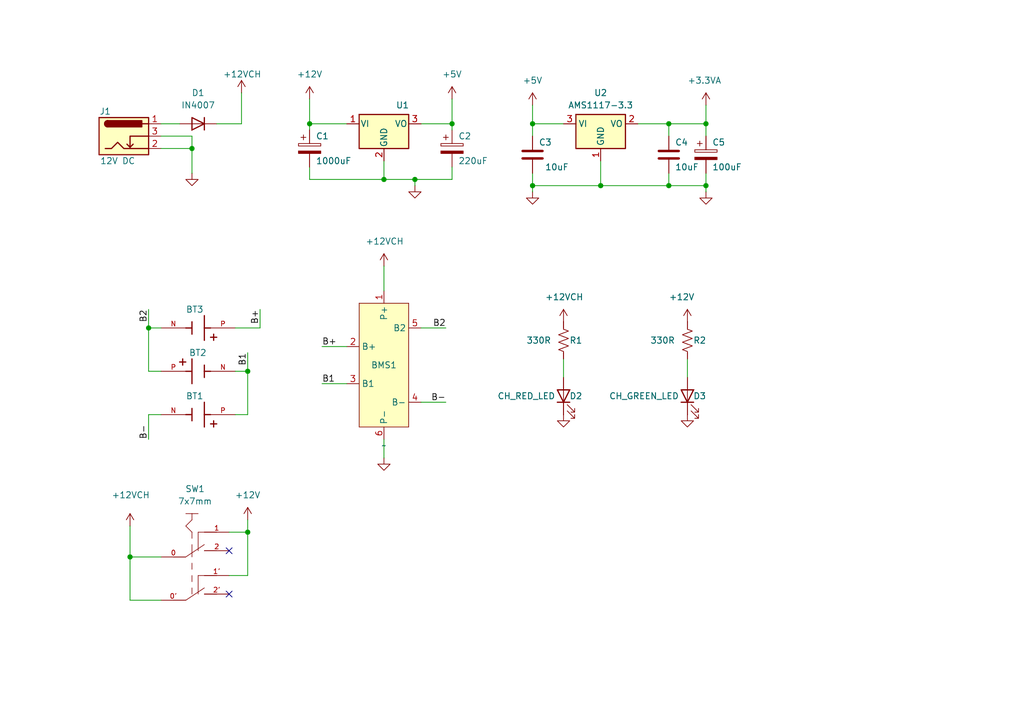
<source format=kicad_sch>
(kicad_sch (version 20231120) (generator "eeschema") (generator_version "8.0")
  (paper "A5")
  (lib_symbols
    (symbol "18650_Li_Battery_Holder:1043" (pin_names (offset 1.016))
      (property "Reference" "BT" (at -3.81 3.81 0))
      (property "Value" "1043" (at -3.81 -5.08 0))
      (symbol "1043_0_0"
        (polyline (pts (xy -3.81 1.905) (xy -2.54 1.905)) (stroke (width 0.254)))
        (polyline (pts (xy -3.175 2.54) (xy -3.175 1.27)) (stroke (width 0.254)))
        (polyline (pts (xy -1.27 0) (xy -2.54 0)) (stroke (width 0.254)))
        (polyline (pts (xy -1.27 0) (xy -1.27 -2.54)) (stroke (width 0.254)))
        (polyline (pts (xy -1.27 2.54) (xy -1.27 0)) (stroke (width 0.254)))
        (polyline (pts (xy 1.27 0) (xy 1.27 -1.27)) (stroke (width 0.254)))
        (polyline (pts (xy 1.27 0) (xy 2.54 0)) (stroke (width 0.254)))
        (polyline (pts (xy 1.27 1.27) (xy 1.27 0)) (stroke (width 0.254)))
        (pin passive line (at 7.62 0 180) (length 5.08) (name "~") (number "N"))
        (pin passive line (at -7.62 0 0) (length 5.08) (name "~") (number "P"))
      )
    )
    (symbol "BMS_Module:3S_10A"
      (property "Reference" "BMS" (at 0 0 0))
      (symbol "3S_10A_1_1"
        (rectangle (start -5.08 12.7) (end 5.08 -12.7) (fill (type background)))
        (pin bidirectional line (at 0 15.24 270) (length 2.54) (name "P+") (number "1"))
        (pin bidirectional line (at -7.62 3.81 0) (length 2.54) (name "B+") (number "2"))
        (pin bidirectional line (at -7.62 -3.81 0) (length 2.54) (name "B1") (number "3"))
        (pin bidirectional line (at 7.62 -7.62 180) (length 2.54) (name "B-") (number "4"))
        (pin bidirectional line (at 7.62 7.62 180) (length 2.54) (name "B2") (number "5"))
        (pin bidirectional line (at 0 -15.24 90) (length 2.54) (name "P-") (number "6"))
      )
    )
    (symbol "Connector:Barrel_Jack_Switch" (pin_names hide)
      (property "Reference" "J" (at 0 5.334 0))
      (property "Value" "Barrel_Jack_Switch" (at 0 -5.08 0))
      (symbol "Barrel_Jack_Switch_0_1"
        (rectangle (start -5.08 3.81) (end 5.08 -3.81) (stroke (width 0.254)) (fill (type background)))
        (arc (start -3.302 3.175) (mid -3.9343 2.54) (end -3.302 1.905) (stroke (width 0.254)))
        (arc (start -3.302 3.175) (mid -3.9343 2.54) (end -3.302 1.905) (stroke (width 0.254)) (fill (type outline)))
        (polyline (pts (xy 1.27 -2.286) (xy 1.905 -1.651)) (stroke (width 0.254)))
        (polyline (pts (xy 5.08 2.54) (xy 3.81 2.54)) (stroke (width 0.254)))
        (polyline (pts (xy 5.08 0) (xy 1.27 0) (xy 1.27 -2.286) (xy 0.635 -1.651)) (stroke (width 0.254)))
        (polyline (pts (xy -3.81 -2.54) (xy -2.54 -2.54) (xy -1.27 -1.27) (xy 0 -2.54) (xy 2.54 -2.54) (xy 5.08 -2.54)) (stroke (width 0.254)))
        (rectangle (start 3.683 3.175) (end -3.302 1.905) (stroke (width 0.254)) (fill (type outline)))
      )
      (symbol "Barrel_Jack_Switch_1_1"
        (pin passive line (at 7.62 2.54 180) (length 2.54) (name "~") (number "1"))
        (pin passive line (at 7.62 -2.54 180) (length 2.54) (name "~") (number "2"))
        (pin passive line (at 7.62 0 180) (length 2.54) (name "~") (number "3"))
      )
    )
    (symbol "Device:C" (pin_numbers hide) (pin_names (offset 0.254))
      (property "Reference" "C" (at 0.635 2.54 0))
      (property "Value" "C" (at 0.635 -2.54 0))
      (symbol "C_0_1"
        (polyline (pts (xy -2.032 -0.762) (xy 2.032 -0.762)) (stroke (width 0.508)))
        (polyline (pts (xy -2.032 0.762) (xy 2.032 0.762)) (stroke (width 0.508)))
      )
      (symbol "C_1_1"
        (pin passive line (at 0 3.81 270) (length 2.794) (name "~") (number "1"))
        (pin passive line (at 0 -3.81 90) (length 2.794) (name "~") (number "2"))
      )
    )
    (symbol "Device:C_Polarized" (pin_numbers hide) (pin_names (offset 0.254))
      (property "Reference" "C" (at 0.635 2.54 0))
      (property "Value" "C_Polarized" (at 0.635 -2.54 0))
      (symbol "C_Polarized_0_1"
        (rectangle (start -2.286 0.508) (end 2.286 1.016))
        (polyline (pts (xy -1.778 2.286) (xy -0.762 2.286)))
        (polyline (pts (xy -1.27 2.794) (xy -1.27 1.778)))
        (rectangle (start 2.286 -0.508) (end -2.286 -1.016) (fill (type outline)))
      )
      (symbol "C_Polarized_1_1"
        (pin passive line (at 0 3.81 270) (length 2.794) (name "~") (number "1"))
        (pin passive line (at 0 -3.81 90) (length 2.794) (name "~") (number "2"))
      )
    )
    (symbol "Device:D" (pin_numbers hide) (pin_names (offset 1.016) hide)
      (property "Reference" "D" (at 0 2.54 0))
      (property "Value" "D" (at 0 -2.54 0))
      (symbol "D_0_1"
        (polyline (pts (xy -1.27 1.27) (xy -1.27 -1.27)) (stroke (width 0.254)))
        (polyline (pts (xy 1.27 0) (xy -1.27 0)))
        (polyline (pts (xy 1.27 1.27) (xy 1.27 -1.27) (xy -1.27 0) (xy 1.27 1.27)) (stroke (width 0.254)))
      )
      (symbol "D_1_1"
        (pin passive line (at -3.81 0 0) (length 2.54) (name "K") (number "1"))
        (pin passive line (at 3.81 0 180) (length 2.54) (name "A") (number "2"))
      )
    )
    (symbol "Device:LED" (pin_numbers hide) (pin_names (offset 1.016) hide)
      (property "Reference" "D" (at 0 2.54 0))
      (property "Value" "LED" (at 0 -2.54 0))
      (symbol "LED_0_1"
        (polyline (pts (xy -1.27 -1.27) (xy -1.27 1.27)) (stroke (width 0.254)))
        (polyline (pts (xy -1.27 0) (xy 1.27 0)))
        (polyline (pts (xy 1.27 -1.27) (xy 1.27 1.27) (xy -1.27 0) (xy 1.27 -1.27)) (stroke (width 0.254)))
        (polyline (pts (xy -3.048 -0.762) (xy -4.572 -2.286) (xy -3.81 -2.286) (xy -4.572 -2.286) (xy -4.572 -1.524)))
        (polyline (pts (xy -1.778 -0.762) (xy -3.302 -2.286) (xy -2.54 -2.286) (xy -3.302 -2.286) (xy -3.302 -1.524)))
      )
      (symbol "LED_1_1"
        (pin passive line (at -3.81 0 0) (length 2.54) (name "K") (number "1"))
        (pin passive line (at 3.81 0 180) (length 2.54) (name "A") (number "2"))
      )
    )
    (symbol "Device:R_US" (pin_numbers hide) (pin_names (offset 0))
      (property "Reference" "R" (at 2.54 0 90))
      (property "Value" "R_US" (at -2.54 0 90))
      (symbol "R_US_0_1"
        (polyline (pts (xy 0 -2.286) (xy 0 -2.54)))
        (polyline (pts (xy 0 2.286) (xy 0 2.54)))
        (polyline (pts (xy 0 -0.762) (xy 1.016 -1.143) (xy 0 -1.524) (xy -1.016 -1.905) (xy 0 -2.286)))
        (polyline (pts (xy 0 0.762) (xy 1.016 0.381) (xy 0 0) (xy -1.016 -0.381) (xy 0 -0.762)))
        (polyline (pts (xy 0 2.286) (xy 1.016 1.905) (xy 0 1.524) (xy -1.016 1.143) (xy 0 0.762)))
      )
      (symbol "R_US_1_1"
        (pin passive line (at 0 3.81 270) (length 1.27) (name "~") (number "1"))
        (pin passive line (at 0 -3.81 90) (length 1.27) (name "~") (number "2"))
      )
    )
    (symbol "Regulator_Linear:AMS1117-3.3"
      (property "Reference" "U" (at -3.81 3.175 0))
      (property "Value" "AMS1117-3.3" (at 0 3.175 0))
      (symbol "AMS1117-3.3_0_1"
        (rectangle (start -5.08 -5.08) (end 5.08 1.905) (stroke (width 0.254)) (fill (type background)))
      )
      (symbol "AMS1117-3.3_1_1"
        (pin power_in line (at 0 -7.62 90) (length 2.54) (name "GND") (number "1"))
        (pin power_out line (at 7.62 0 180) (length 2.54) (name "VO") (number "2"))
        (pin power_in line (at -7.62 0 0) (length 2.54) (name "VI") (number "3"))
      )
    )
    (symbol "Regulator_Linear:LM7805_TO220" (pin_names (offset 0.254))
      (property "Reference" "U" (at -3.81 3.175 0))
      (property "Value" "LM7805_TO220" (at 0 3.175 0))
      (symbol "LM7805_TO220_0_1"
        (rectangle (start -5.08 1.905) (end 5.08 -5.08) (stroke (width 0.254)) (fill (type background)))
      )
      (symbol "LM7805_TO220_1_1"
        (pin power_in line (at -7.62 0 0) (length 2.54) (name "VI") (number "1"))
        (pin power_in line (at 0 -7.62 90) (length 2.54) (name "GND") (number "2"))
        (pin power_out line (at 7.62 0 180) (length 2.54) (name "VO") (number "3"))
      )
    )
    (symbol "Switch_7x7mm:7x7mm_DPDT" (pin_names (offset 1.016) hide)
      (property "Reference" "SW" (at -8.89 3.81 0))
      (property "Value" "7x7mm" (at -8.89 -19.0754 0))
      (symbol "7x7mm_DPDT_0_0"
        (polyline (pts (xy -1.27 -15.24) (xy -3.81 -15.24)) (stroke (width 0.127)))
        (polyline (pts (xy -1.27 -6.35) (xy -3.81 -6.35)) (stroke (width 0.127)))
        (polyline (pts (xy -1.27 0) (xy 0 -1.27)) (stroke (width 0.127)))
        (polyline (pts (xy -1.27 2.54) (xy 0 2.54)) (stroke (width 0.127)))
        (polyline (pts (xy 0 -12.7) (xy 0 -13.97)) (stroke (width 0.127)))
        (polyline (pts (xy 0 -10.16) (xy 0 -11.43)) (stroke (width 0.127)))
        (polyline (pts (xy 0 -7.62) (xy 0 -8.89)) (stroke (width 0.127)))
        (polyline (pts (xy 0 -3.81) (xy 0 -6.35)) (stroke (width 0.127)))
        (polyline (pts (xy 0 -1.27) (xy 0 -2.54)) (stroke (width 0.127)))
        (polyline (pts (xy 0 1.27) (xy -1.27 0)) (stroke (width 0.127)))
        (polyline (pts (xy 0 2.54) (xy 0 1.27)) (stroke (width 0.127)))
        (polyline (pts (xy 0 2.54) (xy 1.27 2.54)) (stroke (width 0.127)))
        (polyline (pts (xy 1.27 -13.97) (xy 1.27 -10.16)) (stroke (width 0.127)))
        (polyline (pts (xy 1.27 -10.16) (xy 5.08 -10.16)) (stroke (width 0.127)))
        (polyline (pts (xy 1.27 -1.27) (xy 1.27 -5.08)) (stroke (width 0.127)))
        (polyline (pts (xy 1.27 -1.27) (xy 5.08 -1.27)) (stroke (width 0.127)))
        (polyline (pts (xy 2.54 -13.97) (xy 5.08 -13.97)) (stroke (width 0.127)))
        (polyline (pts (xy 2.54 -12.7) (xy -1.27 -15.24)) (stroke (width 0.127)))
        (polyline (pts (xy 2.54 -5.08) (xy 5.08 -5.08)) (stroke (width 0.127)))
        (polyline (pts (xy 2.54 -3.81) (xy -1.27 -6.35)) (stroke (width 0.127)))
        (pin passive line (at -6.35 -6.35 0) (length 5.08) (name "~") (number "0"))
        (pin passive line (at -6.35 -15.24 0) (length 5.08) (name "~") (number "0'"))
        (pin passive line (at 7.62 -1.27 180) (length 5.08) (name "~") (number "1"))
        (pin passive line (at 7.62 -10.16 180) (length 5.08) (name "~") (number "1'"))
        (pin passive line (at 7.62 -5.08 180) (length 5.08) (name "~") (number "2"))
        (pin passive line (at 7.62 -13.97 180) (length 5.08) (name "~") (number "2'"))
      )
    )
    (symbol "power:GND" (power) (pin_numbers hide) (pin_names (offset 0) hide)
      (property "Value" "GND" (at 0 -3.81 0))
      (symbol "GND_0_1"
        (polyline (pts (xy 0 0) (xy 0 -1.27) (xy 1.27 -1.27) (xy 0 -2.54) (xy -1.27 -1.27) (xy 0 -1.27)))
      )
      (symbol "GND_1_1"
        (pin power_in line (at 0 0 270) (length 0) (name "~") (number "1"))
      )
    )
    (symbol "power:VCC" (power) (pin_numbers hide) (pin_names (offset 0) hide)
      (property "Value" "VCC" (at 0 3.556 0))
      (symbol "VCC_0_1"
        (polyline (pts (xy -0.762 1.27) (xy 0 2.54)))
        (polyline (pts (xy 0 0) (xy 0 2.54)))
        (polyline (pts (xy 0 2.54) (xy 0.762 1.27)))
      )
      (symbol "VCC_1_1"
        (pin power_in line (at 0 0 90) (length 0) (name "~") (number "1"))
      )
    )
  )
  (junction (at 109.22 25.4))
  (junction (at 92.71 25.4))
  (junction (at 39.37 30.48))
  (junction (at 144.78 25.4))
  (junction (at 78.74 36.83))
  (junction (at 144.78 38.1))
  (junction (at 30.48 67.31))
  (junction (at 137.16 25.4))
  (junction (at 50.8 76.2))
  (junction (at 137.16 38.1))
  (junction (at 85.09 36.83))
  (junction (at 50.8 109.22))
  (junction (at 63.5 25.4))
  (junction (at 109.22 38.1))
  (junction (at 123.19 38.1))
  (junction (at 26.67 114.3))
  (no_connect (at 46.99 113.03))
  (no_connect (at 46.99 121.92))
  (wire (pts (xy 63.5 25.4) (xy 71.12 25.4)))
  (wire (pts (xy 33.02 30.48) (xy 39.37 30.48)))
  (wire (pts (xy 66.04 71.12) (xy 71.12 71.12)))
  (wire (pts (xy 86.36 25.4) (xy 92.71 25.4)))
  (wire (pts (xy 137.16 35.56) (xy 137.16 38.1)))
  (wire (pts (xy 50.8 72.39) (xy 50.8 76.2)))
  (wire (pts (xy 50.8 85.09) (xy 48.26 85.09)))
  (wire (pts (xy 33.02 114.3) (xy 26.67 114.3)))
  (wire (pts (xy 78.74 36.83) (xy 85.09 36.83)))
  (wire (pts (xy 109.22 38.1) (xy 109.22 35.56)))
  (wire (pts (xy 39.37 30.48) (xy 39.37 35.56)))
  (wire (pts (xy 115.57 73.66) (xy 115.57 77.47)))
  (wire (pts (xy 144.78 27.94) (xy 144.78 25.4)))
  (wire (pts (xy 44.45 25.4) (xy 49.53 25.4)))
  (wire (pts (xy 26.67 114.3) (xy 26.67 123.19)))
  (wire (pts (xy 86.36 82.55) (xy 91.44 82.55)))
  (wire (pts (xy 144.78 38.1) (xy 137.16 38.1)))
  (wire (pts (xy 140.97 73.66) (xy 140.97 77.47)))
  (wire (pts (xy 137.16 38.1) (xy 123.19 38.1)))
  (wire (pts (xy 123.19 33.02) (xy 123.19 38.1)))
  (wire (pts (xy 78.74 54.61) (xy 78.74 59.69)))
  (wire (pts (xy 46.99 109.22) (xy 50.8 109.22)))
  (wire (pts (xy 39.37 27.94) (xy 39.37 30.48)))
  (wire (pts (xy 63.5 20.32) (xy 63.5 25.4)))
  (wire (pts (xy 144.78 38.1) (xy 144.78 39.37)))
  (wire (pts (xy 30.48 76.2) (xy 33.02 76.2)))
  (wire (pts (xy 144.78 21.59) (xy 144.78 25.4)))
  (wire (pts (xy 26.67 123.19) (xy 33.02 123.19)))
  (wire (pts (xy 92.71 36.83) (xy 92.71 34.29)))
  (wire (pts (xy 63.5 36.83) (xy 78.74 36.83)))
  (wire (pts (xy 50.8 106.68) (xy 50.8 109.22)))
  (wire (pts (xy 109.22 25.4) (xy 109.22 27.94)))
  (wire (pts (xy 50.8 76.2) (xy 50.8 85.09)))
  (wire (pts (xy 85.09 36.83) (xy 92.71 36.83)))
  (wire (pts (xy 66.04 78.74) (xy 71.12 78.74)))
  (wire (pts (xy 123.19 38.1) (xy 109.22 38.1)))
  (wire (pts (xy 50.8 118.11) (xy 46.99 118.11)))
  (wire (pts (xy 137.16 25.4) (xy 144.78 25.4)))
  (wire (pts (xy 48.26 67.31) (xy 53.34 67.31)))
  (wire (pts (xy 26.67 107.95) (xy 26.67 114.3)))
  (wire (pts (xy 33.02 67.31) (xy 30.48 67.31)))
  (wire (pts (xy 109.22 38.1) (xy 109.22 39.37)))
  (wire (pts (xy 50.8 109.22) (xy 50.8 118.11)))
  (wire (pts (xy 85.09 36.83) (xy 85.09 38.1)))
  (wire (pts (xy 30.48 63.5) (xy 30.48 67.31)))
  (wire (pts (xy 144.78 35.56) (xy 144.78 38.1)))
  (wire (pts (xy 86.36 67.31) (xy 91.44 67.31)))
  (wire (pts (xy 49.53 19.05) (xy 49.53 25.4)))
  (wire (pts (xy 78.74 93.98) (xy 78.74 90.17)))
  (wire (pts (xy 53.34 63.5) (xy 53.34 67.31)))
  (wire (pts (xy 78.74 33.02) (xy 78.74 36.83)))
  (wire (pts (xy 137.16 25.4) (xy 130.81 25.4)))
  (wire (pts (xy 30.48 85.09) (xy 30.48 90.17)))
  (wire (pts (xy 115.57 25.4) (xy 109.22 25.4)))
  (wire (pts (xy 48.26 76.2) (xy 50.8 76.2)))
  (wire (pts (xy 137.16 27.94) (xy 137.16 25.4)))
  (wire (pts (xy 109.22 21.59) (xy 109.22 25.4)))
  (wire (pts (xy 33.02 27.94) (xy 39.37 27.94)))
  (wire (pts (xy 33.02 85.09) (xy 30.48 85.09)))
  (wire (pts (xy 33.02 25.4) (xy 36.83 25.4)))
  (wire (pts (xy 30.48 67.31) (xy 30.48 76.2)))
  (wire (pts (xy 63.5 26.67) (xy 63.5 25.4)))
  (wire (pts (xy 92.71 20.32) (xy 92.71 25.4)))
  (wire (pts (xy 63.5 34.29) (xy 63.5 36.83)))
  (wire (pts (xy 92.71 25.4) (xy 92.71 26.67)))
  (label "B1" (at 66.04 78.74 0))
  (label "B1" (at 50.8 72.39 270))
  (label "B+" (at 66.04 71.12 0))
  (label "B-" (at 91.44 82.55 180))
  (label "B2" (at 30.48 63.5 270))
  (label "B2" (at 91.44 67.31 180))
  (label "B+" (at 53.34 63.5 270))
  (label "B-" (at 30.48 90.17 90))
  (symbol (lib_id "Device:C_Polarized") (at 92.71 30.48 0) (unit 1)
    (property "Reference" "C2" (at 93.98 27.94 0) (effects (justify left)))
    (property "Value" "220uF" (at 93.98 33.02 0) (effects (justify left)))
    (property "Description" "Polarized capacitor" (effects (hide yes)))
  )
  (symbol (lib_id "Regulator_Linear:LM7805_TO220") (at 78.74 25.4 0) (unit 1)
    (property "Reference" "U1" (at 82.55 21.59 0))
    (property "Value" "LM7805_TO220" (effects (hide yes)))
    (property "Footprint" "Package_TO_SOT_THT:TO-220-3_Horizontal_TabDown" (effects (hide yes)))
    (property "Datasheet" "https://www.onsemi.cn/PowerSolutions/document/MC7800-D.PDF" (effects (hide yes)))
    (property "Description" "Positive 1A 35V Linear Regulator, Fixed Output 5V, TO-220" (effects (hide yes)))
  )
  (symbol (lib_id "power:VCC") (at 50.8 106.68 0) (unit 1)
    (property "Reference" "#PWR017" (effects (hide yes)))
    (property "Value" "+12V" (at 50.8 101.6 0))
    (property "Description" "Power symbol creates a global label with name \"VCC\"" (effects (hide yes)))
  )
  (symbol (lib_id "power:GND") (at 78.74 93.98 0) (unit 1)
    (property "Reference" "#PWR04" (effects (hide yes)))
    (property "Value" "GND" (effects (hide yes)))
    (property "Description" "Power symbol creates a global label with name \"GND\" , ground" (effects (hide yes)))
  )
  (symbol (lib_id "BMS_Module:3S_10A") (at 78.74 74.93 0) (unit 1)
    (property "Reference" "BMS1" (at 78.74 74.93 0))
    (property "Value" "~" (at 78.74 91.44 0))
    (property "Footprint" "BMS_Module:3S_10A" (effects (hide yes)))
  )
  (symbol (lib_id "Device:D") (at 40.64 25.4 180) (unit 1)
    (property "Reference" "D1" (at 40.64 19.05 0))
    (property "Value" "IN4007" (at 40.64 21.59 0))
    (property "Footprint" "Diode_THT:D_DO-15_P12.70mm_Horizontal" (effects (hide yes)))
    (property "Description" "Diode" (effects (hide yes)))
    (property "Sim.Device" "D" (effects (hide yes)))
    (property "Sim.Pins" "1=K 2=A" (effects (hide yes)))
  )
  (symbol (lib_id "power:VCC") (at 49.53 19.05 0) (unit 1)
    (property "Reference" "#PWR05" (effects (hide yes)))
    (property "Value" "+12VCH" (at 45.72 15.24 0) (effects (justify left)))
    (property "Description" "Power symbol creates a global label with name \"VCC\"" (effects (hide yes)))
  )
  (symbol (lib_id "Regulator_Linear:AMS1117-3.3") (at 123.19 25.4 0) (unit 1)
    (property "Reference" "U2" (at 123.19 19.05 0))
    (property "Value" "AMS1117-3.3" (at 123.19 21.59 0))
    (property "Footprint" "Package_TO_SOT_SMD:SOT-223-3_TabPin2" (effects (hide yes)))
    (property "Datasheet" "http://www.advanced-monolithic.com/pdf/ds1117.pdf" (effects (hide yes)))
    (property "Description" "1A Low Dropout regulator, positive, 3.3V fixed output, SOT-223" (effects (hide yes)))
  )
  (symbol (lib_id "Switch_7x7mm:7x7mm_DPDT") (at 39.37 107.95 0) (unit 1)
    (property "Reference" "SW1" (at 40.005 100.33 0))
    (property "Value" "7x7mm" (at 40.005 102.87 0))
    (property "Footprint" "Switches:7x7mm_DPDT" (effects (hide yes)))
  )
  (symbol (lib_id "Device:C") (at 137.16 31.75 0) (unit 1)
    (property "Reference" "C4" (at 138.43 29.21 0) (effects (justify left)))
    (property "Value" "10uF" (at 138.43 34.29 0) (effects (justify left)))
    (property "Description" "Unpolarized capacitor" (effects (hide yes)))
  )
  (symbol (lib_id "18650_Li_Battery_Holder:1043") (at 40.64 76.2 0) (unit 1)
    (property "Reference" "BT2" (at 38.7349 72.39 0) (effects (justify left)))
    (property "Value" "1043" (effects (hide yes)))
    (property "Footprint" "18650_Li_Battery_Holder:BAT_1042" (effects (hide yes)))
    (property "MF" "Keystone Electronics" (effects (hide yes)))
    (property "MAXIMUM_PACKAGE_HEIGHT" "14.86mm" (effects (hide yes)))
    (property "Package" "NON STANDARD-5 Keystone" (effects (hide yes)))
    (property "Price" "None" (effects (hide yes)))
    (property "Check_prices" "https://www.snapeda.com/parts/1043/Keystone+Electronics/view-part/?ref=eda" (effects (hide yes)))
    (property "STANDARD" "Manufacturer Recommendations" (effects (hide yes)))
    (property "PARTREV" "J" (effects (hide yes)))
    (property "SnapEDA_Link" "https://www.snapeda.com/parts/1043/Keystone+Electronics/view-part/?ref=snap" (effects (hide yes)))
    (property "MP" "1043" (effects (hide yes)))
    (property "Purchase-URL" "https://www.snapeda.com/api/url_track_click_mouser/?unipart_id=214578&manufacturer=Keystone Electronics&part_name=1043&search_term=18650 battery holder" (effects (hide yes)))
    (property "Description_1" "\nTHM Holder for 18650 Battery\n" (effects (hide yes)))
    (property "MANUFACTURER" "Keystone" (effects (hide yes)))
    (property "Availability" "In Stock" (effects (hide yes)))
    (property "SNAPEDA_PN" "1043" (effects (hide yes)))
  )
  (symbol (lib_id "Device:C") (at 109.22 31.75 0) (unit 1)
    (property "Reference" "C3" (at 110.49 29.21 0) (effects (justify left)))
    (property "Value" "10uF" (at 111.76 34.29 0) (effects (justify left)))
    (property "Description" "Unpolarized capacitor" (effects (hide yes)))
  )
  (symbol (lib_id "power:GND") (at 140.97 85.09 0) (unit 1)
    (property "Reference" "#PWR021" (effects (hide yes)))
    (property "Value" "GND" (effects (hide yes)))
    (property "Description" "Power symbol creates a global label with name \"GND\" , ground" (effects (hide yes)))
  )
  (symbol (lib_id "power:VCC") (at 144.78 21.59 0) (unit 1)
    (property "Reference" "#PWR03" (effects (hide yes)))
    (property "Value" "+3.3VA" (at 140.97 16.51 0) (effects (justify left)))
    (property "Description" "Power symbol creates a global label with name \"VCC\"" (effects (hide yes)))
  )
  (symbol (lib_id "Device:LED") (at 115.57 81.28 90) (unit 1)
    (property "Reference" "D2" (at 118.11 81.28 90))
    (property "Value" "CH_RED_LED" (at 107.95 81.28 90))
    (property "Description" "Light emitting diode" (effects (hide yes)))
  )
  (symbol (lib_id "Device:LED") (at 140.97 81.28 90) (unit 1)
    (property "Reference" "D3" (at 143.51 81.28 90))
    (property "Value" "CH_GREEN_LED" (at 132.08 81.28 90))
    (property "Description" "Light emitting diode" (effects (hide yes)))
  )
  (symbol (lib_id "18650_Li_Battery_Holder:1043") (at 40.64 85.09 180) (unit 1)
    (property "Reference" "BT1" (at 38.1 81.28 0) (effects (justify right)))
    (property "Value" "1043" (effects (hide yes)))
    (property "Footprint" "18650_Li_Battery_Holder:BAT_1042" (effects (hide yes)))
    (property "MF" "Keystone Electronics" (effects (hide yes)))
    (property "MAXIMUM_PACKAGE_HEIGHT" "14.86mm" (effects (hide yes)))
    (property "Package" "NON STANDARD-5 Keystone" (effects (hide yes)))
    (property "Price" "None" (effects (hide yes)))
    (property "Check_prices" "https://www.snapeda.com/parts/1043/Keystone+Electronics/view-part/?ref=eda" (effects (hide yes)))
    (property "STANDARD" "Manufacturer Recommendations" (effects (hide yes)))
    (property "PARTREV" "J" (effects (hide yes)))
    (property "SnapEDA_Link" "https://www.snapeda.com/parts/1043/Keystone+Electronics/view-part/?ref=snap" (effects (hide yes)))
    (property "MP" "1043" (effects (hide yes)))
    (property "Purchase-URL" "https://www.snapeda.com/api/url_track_click_mouser/?unipart_id=214578&manufacturer=Keystone Electronics&part_name=1043&search_term=18650 battery holder" (effects (hide yes)))
    (property "Description_1" "\nTHM Holder for 18650 Battery\n" (effects (hide yes)))
    (property "MANUFACTURER" "Keystone" (effects (hide yes)))
    (property "Availability" "In Stock" (effects (hide yes)))
    (property "SNAPEDA_PN" "1043" (effects (hide yes)))
  )
  (symbol (lib_id "Device:C_Polarized") (at 63.5 30.48 0) (unit 1)
    (property "Reference" "C1" (at 64.77 27.94 0) (effects (justify left)))
    (property "Value" "1000uF" (at 64.77 33.02 0) (effects (justify left)))
    (property "Description" "Polarized capacitor" (effects (hide yes)))
  )
  (symbol (lib_id "Device:R_US") (at 115.57 69.85 0) (unit 1)
    (property "Reference" "R1" (at 118.11 69.85 0))
    (property "Value" "330R" (at 110.49 69.85 0))
    (property "Description" "Resistor, US symbol" (effects (hide yes)))
  )
  (symbol (lib_id "power:GND") (at 109.22 39.37 0) (unit 1)
    (property "Reference" "#PWR010" (effects (hide yes)))
    (property "Value" "GND" (effects (hide yes)))
    (property "Description" "Power symbol creates a global label with name \"GND\" , ground" (effects (hide yes)))
  )
  (symbol (lib_id "power:VCC") (at 109.22 21.59 0) (unit 1)
    (property "Reference" "#PWR01" (effects (hide yes)))
    (property "Value" "+5V" (at 109.22 16.51 0))
    (property "Description" "Power symbol creates a global label with name \"VCC\"" (effects (hide yes)))
  )
  (symbol (lib_id "Device:C_Polarized") (at 144.78 31.75 0) (unit 1)
    (property "Reference" "C5" (at 146.05 29.21 0) (effects (justify left)))
    (property "Value" "100uF" (at 146.05 34.29 0) (effects (justify left)))
    (property "Description" "Polarized capacitor" (effects (hide yes)))
  )
  (symbol (lib_id "power:VCC") (at 92.71 20.32 0) (unit 1)
    (property "Reference" "#PWR09" (effects (hide yes)))
    (property "Value" "+5V" (at 92.71 15.24 0))
    (property "Description" "Power symbol creates a global label with name \"VCC\"" (effects (hide yes)))
  )
  (symbol (lib_id "18650_Li_Battery_Holder:1043") (at 40.64 67.31 180) (unit 1)
    (property "Reference" "BT3" (at 38.1 63.5 0) (effects (justify right)))
    (property "Value" "1043" (effects (hide yes)))
    (property "Footprint" "18650_Li_Battery_Holder:BAT_1042" (effects (hide yes)))
    (property "MF" "Keystone Electronics" (effects (hide yes)))
    (property "MAXIMUM_PACKAGE_HEIGHT" "14.86mm" (effects (hide yes)))
    (property "Package" "NON STANDARD-5 Keystone" (effects (hide yes)))
    (property "Price" "None" (effects (hide yes)))
    (property "Check_prices" "https://www.snapeda.com/parts/1043/Keystone+Electronics/view-part/?ref=eda" (effects (hide yes)))
    (property "STANDARD" "Manufacturer Recommendations" (effects (hide yes)))
    (property "PARTREV" "J" (effects (hide yes)))
    (property "SnapEDA_Link" "https://www.snapeda.com/parts/1043/Keystone+Electronics/view-part/?ref=snap" (effects (hide yes)))
    (property "MP" "1043" (effects (hide yes)))
    (property "Purchase-URL" "https://www.snapeda.com/api/url_track_click_mouser/?unipart_id=214578&manufacturer=Keystone Electronics&part_name=1043&search_term=18650 battery holder" (effects (hide yes)))
    (property "Description_1" "\nTHM Holder for 18650 Battery\n" (effects (hide yes)))
    (property "MANUFACTURER" "Keystone" (effects (hide yes)))
    (property "Availability" "In Stock" (effects (hide yes)))
    (property "SNAPEDA_PN" "1043" (effects (hide yes)))
  )
  (symbol (lib_id "power:GND") (at 85.09 38.1 0) (unit 1)
    (property "Reference" "#PWR07" (effects (hide yes)))
    (property "Value" "GND" (effects (hide yes)))
    (property "Description" "Power symbol creates a global label with name \"GND\" , ground" (effects (hide yes)))
  )
  (symbol (lib_id "power:GND") (at 115.57 85.09 0) (unit 1)
    (property "Reference" "#PWR018" (effects (hide yes)))
    (property "Value" "GND" (effects (hide yes)))
    (property "Description" "Power symbol creates a global label with name \"GND\" , ground" (effects (hide yes)))
  )
  (symbol (lib_id "Connector:Barrel_Jack_Switch") (at 25.4 27.94 0) (unit 1)
    (property "Reference" "J1" (at 21.59 22.86 0))
    (property "Value" "12V DC" (at 24.13 33.02 0))
    (property "Footprint" "Connector_BarrelJack:BarrelJack_GCT_DCJ200-10-A_Horizontal" (effects (hide yes)))
    (property "Description" "DC Barrel Jack with an internal switch" (effects (hide yes)))
  )
  (symbol (lib_id "power:GND") (at 144.78 39.37 0) (unit 1)
    (property "Reference" "#PWR011" (effects (hide yes)))
    (property "Value" "GND" (effects (hide yes)))
    (property "Description" "Power symbol creates a global label with name \"GND\" , ground" (effects (hide yes)))
  )
  (symbol (lib_id "power:VCC") (at 140.97 66.04 0) (unit 1)
    (property "Reference" "#PWR020" (effects (hide yes)))
    (property "Value" "+12V" (at 137.16 60.96 0) (effects (justify left)))
    (property "Description" "Power symbol creates a global label with name \"VCC\"" (effects (hide yes)))
  )
  (symbol (lib_id "power:VCC") (at 63.5 20.32 0) (unit 1)
    (property "Reference" "#PWR08" (effects (hide yes)))
    (property "Value" "+12V" (at 63.5 15.24 0))
    (property "Description" "Power symbol creates a global label with name \"VCC\"" (effects (hide yes)))
  )
  (symbol (lib_id "power:VCC") (at 115.57 66.04 0) (unit 1)
    (property "Reference" "#PWR019" (effects (hide yes)))
    (property "Value" "+12VCH" (at 111.76 60.96 0) (effects (justify left)))
    (property "Description" "Power symbol creates a global label with name \"VCC\"" (effects (hide yes)))
  )
  (symbol (lib_id "power:VCC") (at 78.74 54.61 0) (unit 1)
    (property "Reference" "#PWR02" (effects (hide yes)))
    (property "Value" "+12VCH" (at 74.93 49.53 0) (effects (justify left)))
    (property "Description" "Power symbol creates a global label with name \"VCC\"" (effects (hide yes)))
  )
  (symbol (lib_id "Device:R_US") (at 140.97 69.85 0) (unit 1)
    (property "Reference" "R2" (at 143.51 69.85 0))
    (property "Value" "330R" (at 135.89 69.85 0))
    (property "Description" "Resistor, US symbol" (effects (hide yes)))
  )
  (symbol (lib_id "power:VCC") (at 26.67 107.95 0) (unit 1)
    (property "Reference" "#PWR016" (effects (hide yes)))
    (property "Value" "+12VCH" (at 22.86 101.6 0) (effects (justify left)))
    (property "Description" "Power symbol creates a global label with name \"VCC\"" (effects (hide yes)))
  )
  (symbol (lib_id "power:GND") (at 39.37 35.56 0) (unit 1)
    (property "Reference" "#PWR06" (effects (hide yes)))
    (property "Value" "GND" (effects (hide yes)))
    (property "Description" "Power symbol creates a global label with name \"GND\" , ground" (effects (hide yes)))
  )
)
</source>
